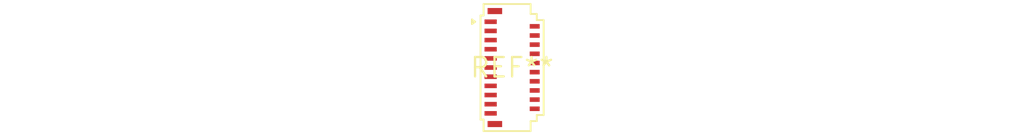
<source format=kicad_pcb>
(kicad_pcb (version 20240108) (generator pcbnew)
  (layers (0 "F.Cu" signal) (31 "B.Cu" signal) (34 "B.Paste" user) (35 "F.Paste" user) (36 "B.SilkS" user "B.Silkscreen") (37 "F.SilkS" user "F.Silkscreen") (38 "B.Mask" user) (39 "F.Mask" user) (44 "Edge.Cuts" user))
  (net 0 "")
  (footprint "Hirose_FH26-21S-0.3SHW_2Rows-21Pins-1MP_P0.60mm_Horizontal" (layer "F.Cu") (at 0 0)
    (property "Reference" "REF**")
    (property "Value" "Hirose_FH26-21S-0.3SHW_2Rows-21Pins-1MP_P0.60mm_Horizontal")
    (fp_line (start -2.622132 -3.15) (end -2.41 -3) (layer "F.SilkS") (stroke (width 0.12)))
    (fp_line (start -2.622132 -2.85) (end -2.622132 -3.15) (layer "F.SilkS") (stroke (width 0.12)))
    (fp_line (start -2.41 -3) (end -2.622132 -2.85) (layer "F.SilkS") (stroke (width 0.12)))
    (fp_line (start -2.06 -3.41) (end -2.06 0) (layer "F.SilkS") (stroke (width 0.12)))
    (fp_line (start -2.06 3.41) (end -2.06 0) (layer "F.SilkS") (stroke (width 0.12)))
    (fp_line (start -1.86 -4.16) (end -1.86 -3.41) (layer "F.SilkS") (stroke (width 0.12)))
    (fp_line (start -1.86 -3.41) (end -2.06 -3.41) (layer "F.SilkS") (stroke (width 0.12)))
    (fp_line (start -1.86 3.41) (end -2.06 3.41) (layer "F.SilkS") (stroke (width 0.12)))
    (fp_line (start -1.86 4.16) (end -1.86 3.41) (layer "F.SilkS") (stroke (width 0.12)))
    (fp_line (start 1.21 -4.16) (end -1.86 -4.16) (layer "F.SilkS") (stroke (width 0.12)))
    (fp_line (start 1.21 -3.51) (end 1.21 -4.16) (layer "F.SilkS") (stroke (width 0.12)))
    (fp_line (start 1.21 3.51) (end 1.21 4.16) (layer "F.SilkS") (stroke (width 0.12)))
    (fp_line (start 1.21 4.16) (end -1.86 4.16) (layer "F.SilkS") (stroke (width 0.12)))
    (fp_line (start 1.61 -3.51) (end 1.21 -3.51) (layer "F.SilkS") (stroke (width 0.12)))
    (fp_line (start 1.61 -3.11) (end 1.61 -3.51) (layer "F.SilkS") (stroke (width 0.12)))
    (fp_line (start 1.61 3.11) (end 1.61 3.51) (layer "F.SilkS") (stroke (width 0.12)))
    (fp_line (start 1.61 3.51) (end 1.21 3.51) (layer "F.SilkS") (stroke (width 0.12)))
    (fp_line (start 2.06 -3.11) (end 1.61 -3.11) (layer "F.SilkS") (stroke (width 0.12)))
    (fp_line (start 2.06 0) (end 2.06 -3.11) (layer "F.SilkS") (stroke (width 0.12)))
    (fp_line (start 2.06 0) (end 2.06 3.11) (layer "F.SilkS") (stroke (width 0.12)))
    (fp_line (start 2.06 3.11) (end 1.61 3.11) (layer "F.SilkS") (stroke (width 0.12)))
    (pad "1" smd rect (at -1.4 -3) (size 0.8 0.3) (layers "F.Cu" "F.Paste" "F.Mask"))
    (pad "2" smd rect (at 1.475 -2.7) (size 0.65 0.3) (layers "F.Cu" "F.Paste" "F.Mask"))
    (pad "3" smd rect (at -1.4 -2.4) (size 0.8 0.3) (layers "F.Cu" "F.Paste" "F.Mask"))
    (pad "4" smd rect (at 1.475 -2.1) (size 0.65 0.3) (layers "F.Cu" "F.Paste" "F.Mask"))
    (pad "5" smd rect (at -1.4 -1.8) (size 0.8 0.3) (layers "F.Cu" "F.Paste" "F.Mask"))
    (pad "6" smd rect (at 1.475 -1.5) (size 0.65 0.3) (layers "F.Cu" "F.Paste" "F.Mask"))
    (pad "7" smd rect (at -1.4 -1.2) (size 0.8 0.3) (layers "F.Cu" "F.Paste" "F.Mask"))
    (pad "8" smd rect (at 1.475 -0.9) (size 0.65 0.3) (layers "F.Cu" "F.Paste" "F.Mask"))
    (pad "9" smd rect (at -1.4 -0.6) (size 0.8 0.3) (layers "F.Cu" "F.Paste" "F.Mask"))
    (pad "10" smd rect (at 1.475 -0.3) (size 0.65 0.3) (layers "F.Cu" "F.Paste" "F.Mask"))
    (pad "11" smd rect (at -1.4 0) (size 0.8 0.3) (layers "F.Cu" "F.Paste" "F.Mask"))
    (pad "12" smd rect (at 1.475 0.3) (size 0.65 0.3) (layers "F.Cu" "F.Paste" "F.Mask"))
    (pad "13" smd rect (at -1.4 0.6) (size 0.8 0.3) (layers "F.Cu" "F.Paste" "F.Mask"))
    (pad "14" smd rect (at 1.475 0.9) (size 0.65 0.3) (layers "F.Cu" "F.Paste" "F.Mask"))
    (pad "15" smd rect (at -1.4 1.2) (size 0.8 0.3) (layers "F.Cu" "F.Paste" "F.Mask"))
    (pad "16" smd rect (at 1.475 1.5) (size 0.65 0.3) (layers "F.Cu" "F.Paste" "F.Mask"))
    (pad "17" smd rect (at -1.4 1.8) (size 0.8 0.3) (layers "F.Cu" "F.Paste" "F.Mask"))
    (pad "18" smd rect (at 1.475 2.1) (size 0.65 0.3) (layers "F.Cu" "F.Paste" "F.Mask"))
    (pad "19" smd rect (at -1.4 2.4) (size 0.8 0.3) (layers "F.Cu" "F.Paste" "F.Mask"))
    (pad "20" smd rect (at 1.475 2.7) (size 0.65 0.3) (layers "F.Cu" "F.Paste" "F.Mask"))
    (pad "21" smd rect (at -1.4 3) (size 0.8 0.3) (layers "F.Cu" "F.Paste" "F.Mask"))
    (pad "MP" smd rect (at -1.125 -3.7) (size 0.95 0.4) (layers "F.Cu" "F.Paste" "F.Mask"))
    (pad "MP" smd rect (at -1.125 3.7) (size 0.95 0.4) (layers "F.Cu" "F.Paste" "F.Mask"))
  )
)
</source>
